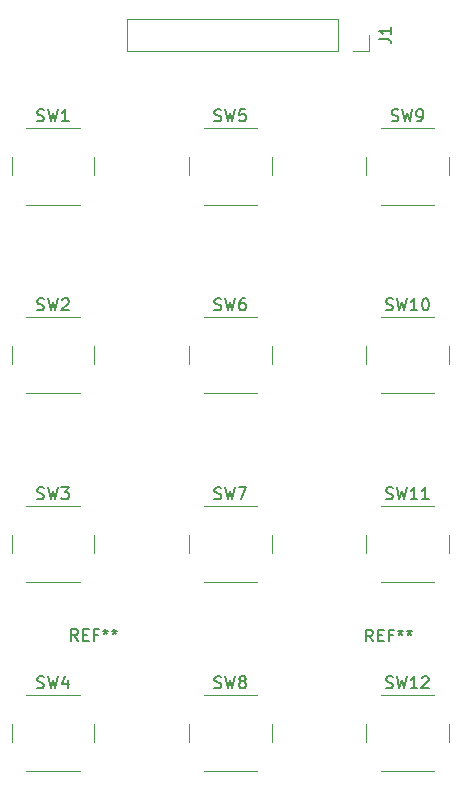
<source format=gbr>
G04 #@! TF.GenerationSoftware,KiCad,Pcbnew,5.0.2+dfsg1-1*
G04 #@! TF.CreationDate,2021-10-12T12:34:50+05:30*
G04 #@! TF.ProjectId,KEYBORD_PCB_V1,4b455942-4f52-4445-9f50-43425f56312e,rev?*
G04 #@! TF.SameCoordinates,Original*
G04 #@! TF.FileFunction,Legend,Top*
G04 #@! TF.FilePolarity,Positive*
%FSLAX46Y46*%
G04 Gerber Fmt 4.6, Leading zero omitted, Abs format (unit mm)*
G04 Created by KiCad (PCBNEW 5.0.2+dfsg1-1) date Tue 12 Oct 2021 12:34:50 PM IST*
%MOMM*%
%LPD*%
G01*
G04 APERTURE LIST*
%ADD10C,0.120000*%
%ADD11C,0.150000*%
G04 APERTURE END LIST*
D10*
G04 #@! TO.C,J1*
X106980000Y-40150000D02*
X106980000Y-41480000D01*
X106980000Y-41480000D02*
X105650000Y-41480000D01*
X104380000Y-41480000D02*
X86540000Y-41480000D01*
X86540000Y-38820000D02*
X86540000Y-41480000D01*
X104380000Y-38820000D02*
X86540000Y-38820000D01*
X104380000Y-38820000D02*
X104380000Y-41480000D01*
G04 #@! TO.C,SW1*
X78000000Y-54500000D02*
X82500000Y-54500000D01*
X76750000Y-50500000D02*
X76750000Y-52000000D01*
X82500000Y-48000000D02*
X78000000Y-48000000D01*
X83750000Y-52000000D02*
X83750000Y-50500000D01*
G04 #@! TO.C,SW2*
X83750000Y-68000000D02*
X83750000Y-66500000D01*
X82500000Y-64000000D02*
X78000000Y-64000000D01*
X76750000Y-66500000D02*
X76750000Y-68000000D01*
X78000000Y-70500000D02*
X82500000Y-70500000D01*
G04 #@! TO.C,SW3*
X83750000Y-84000000D02*
X83750000Y-82500000D01*
X82500000Y-80000000D02*
X78000000Y-80000000D01*
X76750000Y-82500000D02*
X76750000Y-84000000D01*
X78000000Y-86500000D02*
X82500000Y-86500000D01*
G04 #@! TO.C,SW4*
X78000000Y-102500000D02*
X82500000Y-102500000D01*
X76750000Y-98500000D02*
X76750000Y-100000000D01*
X82500000Y-96000000D02*
X78000000Y-96000000D01*
X83750000Y-100000000D02*
X83750000Y-98500000D01*
G04 #@! TO.C,SW5*
X98750000Y-52000000D02*
X98750000Y-50500000D01*
X97500000Y-48000000D02*
X93000000Y-48000000D01*
X91750000Y-50500000D02*
X91750000Y-52000000D01*
X93000000Y-54500000D02*
X97500000Y-54500000D01*
G04 #@! TO.C,SW6*
X98750000Y-68000000D02*
X98750000Y-66500000D01*
X97500000Y-64000000D02*
X93000000Y-64000000D01*
X91750000Y-66500000D02*
X91750000Y-68000000D01*
X93000000Y-70500000D02*
X97500000Y-70500000D01*
G04 #@! TO.C,SW7*
X93000000Y-86500000D02*
X97500000Y-86500000D01*
X91750000Y-82500000D02*
X91750000Y-84000000D01*
X97500000Y-80000000D02*
X93000000Y-80000000D01*
X98750000Y-84000000D02*
X98750000Y-82500000D01*
G04 #@! TO.C,SW8*
X98750000Y-100000000D02*
X98750000Y-98500000D01*
X97500000Y-96000000D02*
X93000000Y-96000000D01*
X91750000Y-98500000D02*
X91750000Y-100000000D01*
X93000000Y-102500000D02*
X97500000Y-102500000D01*
G04 #@! TO.C,SW9*
X108000000Y-54500000D02*
X112500000Y-54500000D01*
X106750000Y-50500000D02*
X106750000Y-52000000D01*
X112500000Y-48000000D02*
X108000000Y-48000000D01*
X113750000Y-52000000D02*
X113750000Y-50500000D01*
G04 #@! TO.C,SW10*
X108000000Y-70500000D02*
X112500000Y-70500000D01*
X106750000Y-66500000D02*
X106750000Y-68000000D01*
X112500000Y-64000000D02*
X108000000Y-64000000D01*
X113750000Y-68000000D02*
X113750000Y-66500000D01*
G04 #@! TO.C,SW11*
X108000000Y-86500000D02*
X112500000Y-86500000D01*
X106750000Y-82500000D02*
X106750000Y-84000000D01*
X112500000Y-80000000D02*
X108000000Y-80000000D01*
X113750000Y-84000000D02*
X113750000Y-82500000D01*
G04 #@! TO.C,SW12*
X113750000Y-100000000D02*
X113750000Y-98500000D01*
X112500000Y-96000000D02*
X108000000Y-96000000D01*
X106750000Y-98500000D02*
X106750000Y-100000000D01*
X108000000Y-102500000D02*
X112500000Y-102500000D01*
G04 #@! TO.C,REF\002A\002A*
D11*
X82356666Y-91442380D02*
X82023333Y-90966190D01*
X81785238Y-91442380D02*
X81785238Y-90442380D01*
X82166190Y-90442380D01*
X82261428Y-90490000D01*
X82309047Y-90537619D01*
X82356666Y-90632857D01*
X82356666Y-90775714D01*
X82309047Y-90870952D01*
X82261428Y-90918571D01*
X82166190Y-90966190D01*
X81785238Y-90966190D01*
X82785238Y-90918571D02*
X83118571Y-90918571D01*
X83261428Y-91442380D02*
X82785238Y-91442380D01*
X82785238Y-90442380D01*
X83261428Y-90442380D01*
X84023333Y-90918571D02*
X83690000Y-90918571D01*
X83690000Y-91442380D02*
X83690000Y-90442380D01*
X84166190Y-90442380D01*
X84690000Y-90442380D02*
X84690000Y-90680476D01*
X84451904Y-90585238D02*
X84690000Y-90680476D01*
X84928095Y-90585238D01*
X84547142Y-90870952D02*
X84690000Y-90680476D01*
X84832857Y-90870952D01*
X85451904Y-90442380D02*
X85451904Y-90680476D01*
X85213809Y-90585238D02*
X85451904Y-90680476D01*
X85690000Y-90585238D01*
X85309047Y-90870952D02*
X85451904Y-90680476D01*
X85594761Y-90870952D01*
X107326666Y-91482380D02*
X106993333Y-91006190D01*
X106755238Y-91482380D02*
X106755238Y-90482380D01*
X107136190Y-90482380D01*
X107231428Y-90530000D01*
X107279047Y-90577619D01*
X107326666Y-90672857D01*
X107326666Y-90815714D01*
X107279047Y-90910952D01*
X107231428Y-90958571D01*
X107136190Y-91006190D01*
X106755238Y-91006190D01*
X107755238Y-90958571D02*
X108088571Y-90958571D01*
X108231428Y-91482380D02*
X107755238Y-91482380D01*
X107755238Y-90482380D01*
X108231428Y-90482380D01*
X108993333Y-90958571D02*
X108660000Y-90958571D01*
X108660000Y-91482380D02*
X108660000Y-90482380D01*
X109136190Y-90482380D01*
X109660000Y-90482380D02*
X109660000Y-90720476D01*
X109421904Y-90625238D02*
X109660000Y-90720476D01*
X109898095Y-90625238D01*
X109517142Y-90910952D02*
X109660000Y-90720476D01*
X109802857Y-90910952D01*
X110421904Y-90482380D02*
X110421904Y-90720476D01*
X110183809Y-90625238D02*
X110421904Y-90720476D01*
X110660000Y-90625238D01*
X110279047Y-90910952D02*
X110421904Y-90720476D01*
X110564761Y-90910952D01*
G04 #@! TO.C,J1*
X107872380Y-40483333D02*
X108586666Y-40483333D01*
X108729523Y-40530952D01*
X108824761Y-40626190D01*
X108872380Y-40769047D01*
X108872380Y-40864285D01*
X108872380Y-39483333D02*
X108872380Y-40054761D01*
X108872380Y-39769047D02*
X107872380Y-39769047D01*
X108015238Y-39864285D01*
X108110476Y-39959523D01*
X108158095Y-40054761D01*
G04 #@! TO.C,SW1*
X78916666Y-47404761D02*
X79059523Y-47452380D01*
X79297619Y-47452380D01*
X79392857Y-47404761D01*
X79440476Y-47357142D01*
X79488095Y-47261904D01*
X79488095Y-47166666D01*
X79440476Y-47071428D01*
X79392857Y-47023809D01*
X79297619Y-46976190D01*
X79107142Y-46928571D01*
X79011904Y-46880952D01*
X78964285Y-46833333D01*
X78916666Y-46738095D01*
X78916666Y-46642857D01*
X78964285Y-46547619D01*
X79011904Y-46500000D01*
X79107142Y-46452380D01*
X79345238Y-46452380D01*
X79488095Y-46500000D01*
X79821428Y-46452380D02*
X80059523Y-47452380D01*
X80250000Y-46738095D01*
X80440476Y-47452380D01*
X80678571Y-46452380D01*
X81583333Y-47452380D02*
X81011904Y-47452380D01*
X81297619Y-47452380D02*
X81297619Y-46452380D01*
X81202380Y-46595238D01*
X81107142Y-46690476D01*
X81011904Y-46738095D01*
G04 #@! TO.C,SW2*
X78916666Y-63404761D02*
X79059523Y-63452380D01*
X79297619Y-63452380D01*
X79392857Y-63404761D01*
X79440476Y-63357142D01*
X79488095Y-63261904D01*
X79488095Y-63166666D01*
X79440476Y-63071428D01*
X79392857Y-63023809D01*
X79297619Y-62976190D01*
X79107142Y-62928571D01*
X79011904Y-62880952D01*
X78964285Y-62833333D01*
X78916666Y-62738095D01*
X78916666Y-62642857D01*
X78964285Y-62547619D01*
X79011904Y-62500000D01*
X79107142Y-62452380D01*
X79345238Y-62452380D01*
X79488095Y-62500000D01*
X79821428Y-62452380D02*
X80059523Y-63452380D01*
X80250000Y-62738095D01*
X80440476Y-63452380D01*
X80678571Y-62452380D01*
X81011904Y-62547619D02*
X81059523Y-62500000D01*
X81154761Y-62452380D01*
X81392857Y-62452380D01*
X81488095Y-62500000D01*
X81535714Y-62547619D01*
X81583333Y-62642857D01*
X81583333Y-62738095D01*
X81535714Y-62880952D01*
X80964285Y-63452380D01*
X81583333Y-63452380D01*
G04 #@! TO.C,SW3*
X78916666Y-79404761D02*
X79059523Y-79452380D01*
X79297619Y-79452380D01*
X79392857Y-79404761D01*
X79440476Y-79357142D01*
X79488095Y-79261904D01*
X79488095Y-79166666D01*
X79440476Y-79071428D01*
X79392857Y-79023809D01*
X79297619Y-78976190D01*
X79107142Y-78928571D01*
X79011904Y-78880952D01*
X78964285Y-78833333D01*
X78916666Y-78738095D01*
X78916666Y-78642857D01*
X78964285Y-78547619D01*
X79011904Y-78500000D01*
X79107142Y-78452380D01*
X79345238Y-78452380D01*
X79488095Y-78500000D01*
X79821428Y-78452380D02*
X80059523Y-79452380D01*
X80250000Y-78738095D01*
X80440476Y-79452380D01*
X80678571Y-78452380D01*
X80964285Y-78452380D02*
X81583333Y-78452380D01*
X81250000Y-78833333D01*
X81392857Y-78833333D01*
X81488095Y-78880952D01*
X81535714Y-78928571D01*
X81583333Y-79023809D01*
X81583333Y-79261904D01*
X81535714Y-79357142D01*
X81488095Y-79404761D01*
X81392857Y-79452380D01*
X81107142Y-79452380D01*
X81011904Y-79404761D01*
X80964285Y-79357142D01*
G04 #@! TO.C,SW4*
X78916666Y-95404761D02*
X79059523Y-95452380D01*
X79297619Y-95452380D01*
X79392857Y-95404761D01*
X79440476Y-95357142D01*
X79488095Y-95261904D01*
X79488095Y-95166666D01*
X79440476Y-95071428D01*
X79392857Y-95023809D01*
X79297619Y-94976190D01*
X79107142Y-94928571D01*
X79011904Y-94880952D01*
X78964285Y-94833333D01*
X78916666Y-94738095D01*
X78916666Y-94642857D01*
X78964285Y-94547619D01*
X79011904Y-94500000D01*
X79107142Y-94452380D01*
X79345238Y-94452380D01*
X79488095Y-94500000D01*
X79821428Y-94452380D02*
X80059523Y-95452380D01*
X80250000Y-94738095D01*
X80440476Y-95452380D01*
X80678571Y-94452380D01*
X81488095Y-94785714D02*
X81488095Y-95452380D01*
X81250000Y-94404761D02*
X81011904Y-95119047D01*
X81630952Y-95119047D01*
G04 #@! TO.C,SW5*
X93916666Y-47404761D02*
X94059523Y-47452380D01*
X94297619Y-47452380D01*
X94392857Y-47404761D01*
X94440476Y-47357142D01*
X94488095Y-47261904D01*
X94488095Y-47166666D01*
X94440476Y-47071428D01*
X94392857Y-47023809D01*
X94297619Y-46976190D01*
X94107142Y-46928571D01*
X94011904Y-46880952D01*
X93964285Y-46833333D01*
X93916666Y-46738095D01*
X93916666Y-46642857D01*
X93964285Y-46547619D01*
X94011904Y-46500000D01*
X94107142Y-46452380D01*
X94345238Y-46452380D01*
X94488095Y-46500000D01*
X94821428Y-46452380D02*
X95059523Y-47452380D01*
X95250000Y-46738095D01*
X95440476Y-47452380D01*
X95678571Y-46452380D01*
X96535714Y-46452380D02*
X96059523Y-46452380D01*
X96011904Y-46928571D01*
X96059523Y-46880952D01*
X96154761Y-46833333D01*
X96392857Y-46833333D01*
X96488095Y-46880952D01*
X96535714Y-46928571D01*
X96583333Y-47023809D01*
X96583333Y-47261904D01*
X96535714Y-47357142D01*
X96488095Y-47404761D01*
X96392857Y-47452380D01*
X96154761Y-47452380D01*
X96059523Y-47404761D01*
X96011904Y-47357142D01*
G04 #@! TO.C,SW6*
X93916666Y-63404761D02*
X94059523Y-63452380D01*
X94297619Y-63452380D01*
X94392857Y-63404761D01*
X94440476Y-63357142D01*
X94488095Y-63261904D01*
X94488095Y-63166666D01*
X94440476Y-63071428D01*
X94392857Y-63023809D01*
X94297619Y-62976190D01*
X94107142Y-62928571D01*
X94011904Y-62880952D01*
X93964285Y-62833333D01*
X93916666Y-62738095D01*
X93916666Y-62642857D01*
X93964285Y-62547619D01*
X94011904Y-62500000D01*
X94107142Y-62452380D01*
X94345238Y-62452380D01*
X94488095Y-62500000D01*
X94821428Y-62452380D02*
X95059523Y-63452380D01*
X95250000Y-62738095D01*
X95440476Y-63452380D01*
X95678571Y-62452380D01*
X96488095Y-62452380D02*
X96297619Y-62452380D01*
X96202380Y-62500000D01*
X96154761Y-62547619D01*
X96059523Y-62690476D01*
X96011904Y-62880952D01*
X96011904Y-63261904D01*
X96059523Y-63357142D01*
X96107142Y-63404761D01*
X96202380Y-63452380D01*
X96392857Y-63452380D01*
X96488095Y-63404761D01*
X96535714Y-63357142D01*
X96583333Y-63261904D01*
X96583333Y-63023809D01*
X96535714Y-62928571D01*
X96488095Y-62880952D01*
X96392857Y-62833333D01*
X96202380Y-62833333D01*
X96107142Y-62880952D01*
X96059523Y-62928571D01*
X96011904Y-63023809D01*
G04 #@! TO.C,SW7*
X93916666Y-79404761D02*
X94059523Y-79452380D01*
X94297619Y-79452380D01*
X94392857Y-79404761D01*
X94440476Y-79357142D01*
X94488095Y-79261904D01*
X94488095Y-79166666D01*
X94440476Y-79071428D01*
X94392857Y-79023809D01*
X94297619Y-78976190D01*
X94107142Y-78928571D01*
X94011904Y-78880952D01*
X93964285Y-78833333D01*
X93916666Y-78738095D01*
X93916666Y-78642857D01*
X93964285Y-78547619D01*
X94011904Y-78500000D01*
X94107142Y-78452380D01*
X94345238Y-78452380D01*
X94488095Y-78500000D01*
X94821428Y-78452380D02*
X95059523Y-79452380D01*
X95250000Y-78738095D01*
X95440476Y-79452380D01*
X95678571Y-78452380D01*
X95964285Y-78452380D02*
X96630952Y-78452380D01*
X96202380Y-79452380D01*
G04 #@! TO.C,SW8*
X93916666Y-95404761D02*
X94059523Y-95452380D01*
X94297619Y-95452380D01*
X94392857Y-95404761D01*
X94440476Y-95357142D01*
X94488095Y-95261904D01*
X94488095Y-95166666D01*
X94440476Y-95071428D01*
X94392857Y-95023809D01*
X94297619Y-94976190D01*
X94107142Y-94928571D01*
X94011904Y-94880952D01*
X93964285Y-94833333D01*
X93916666Y-94738095D01*
X93916666Y-94642857D01*
X93964285Y-94547619D01*
X94011904Y-94500000D01*
X94107142Y-94452380D01*
X94345238Y-94452380D01*
X94488095Y-94500000D01*
X94821428Y-94452380D02*
X95059523Y-95452380D01*
X95250000Y-94738095D01*
X95440476Y-95452380D01*
X95678571Y-94452380D01*
X96202380Y-94880952D02*
X96107142Y-94833333D01*
X96059523Y-94785714D01*
X96011904Y-94690476D01*
X96011904Y-94642857D01*
X96059523Y-94547619D01*
X96107142Y-94500000D01*
X96202380Y-94452380D01*
X96392857Y-94452380D01*
X96488095Y-94500000D01*
X96535714Y-94547619D01*
X96583333Y-94642857D01*
X96583333Y-94690476D01*
X96535714Y-94785714D01*
X96488095Y-94833333D01*
X96392857Y-94880952D01*
X96202380Y-94880952D01*
X96107142Y-94928571D01*
X96059523Y-94976190D01*
X96011904Y-95071428D01*
X96011904Y-95261904D01*
X96059523Y-95357142D01*
X96107142Y-95404761D01*
X96202380Y-95452380D01*
X96392857Y-95452380D01*
X96488095Y-95404761D01*
X96535714Y-95357142D01*
X96583333Y-95261904D01*
X96583333Y-95071428D01*
X96535714Y-94976190D01*
X96488095Y-94928571D01*
X96392857Y-94880952D01*
G04 #@! TO.C,SW9*
X108916666Y-47404761D02*
X109059523Y-47452380D01*
X109297619Y-47452380D01*
X109392857Y-47404761D01*
X109440476Y-47357142D01*
X109488095Y-47261904D01*
X109488095Y-47166666D01*
X109440476Y-47071428D01*
X109392857Y-47023809D01*
X109297619Y-46976190D01*
X109107142Y-46928571D01*
X109011904Y-46880952D01*
X108964285Y-46833333D01*
X108916666Y-46738095D01*
X108916666Y-46642857D01*
X108964285Y-46547619D01*
X109011904Y-46500000D01*
X109107142Y-46452380D01*
X109345238Y-46452380D01*
X109488095Y-46500000D01*
X109821428Y-46452380D02*
X110059523Y-47452380D01*
X110250000Y-46738095D01*
X110440476Y-47452380D01*
X110678571Y-46452380D01*
X111107142Y-47452380D02*
X111297619Y-47452380D01*
X111392857Y-47404761D01*
X111440476Y-47357142D01*
X111535714Y-47214285D01*
X111583333Y-47023809D01*
X111583333Y-46642857D01*
X111535714Y-46547619D01*
X111488095Y-46500000D01*
X111392857Y-46452380D01*
X111202380Y-46452380D01*
X111107142Y-46500000D01*
X111059523Y-46547619D01*
X111011904Y-46642857D01*
X111011904Y-46880952D01*
X111059523Y-46976190D01*
X111107142Y-47023809D01*
X111202380Y-47071428D01*
X111392857Y-47071428D01*
X111488095Y-47023809D01*
X111535714Y-46976190D01*
X111583333Y-46880952D01*
G04 #@! TO.C,SW10*
X108440476Y-63404761D02*
X108583333Y-63452380D01*
X108821428Y-63452380D01*
X108916666Y-63404761D01*
X108964285Y-63357142D01*
X109011904Y-63261904D01*
X109011904Y-63166666D01*
X108964285Y-63071428D01*
X108916666Y-63023809D01*
X108821428Y-62976190D01*
X108630952Y-62928571D01*
X108535714Y-62880952D01*
X108488095Y-62833333D01*
X108440476Y-62738095D01*
X108440476Y-62642857D01*
X108488095Y-62547619D01*
X108535714Y-62500000D01*
X108630952Y-62452380D01*
X108869047Y-62452380D01*
X109011904Y-62500000D01*
X109345238Y-62452380D02*
X109583333Y-63452380D01*
X109773809Y-62738095D01*
X109964285Y-63452380D01*
X110202380Y-62452380D01*
X111107142Y-63452380D02*
X110535714Y-63452380D01*
X110821428Y-63452380D02*
X110821428Y-62452380D01*
X110726190Y-62595238D01*
X110630952Y-62690476D01*
X110535714Y-62738095D01*
X111726190Y-62452380D02*
X111821428Y-62452380D01*
X111916666Y-62500000D01*
X111964285Y-62547619D01*
X112011904Y-62642857D01*
X112059523Y-62833333D01*
X112059523Y-63071428D01*
X112011904Y-63261904D01*
X111964285Y-63357142D01*
X111916666Y-63404761D01*
X111821428Y-63452380D01*
X111726190Y-63452380D01*
X111630952Y-63404761D01*
X111583333Y-63357142D01*
X111535714Y-63261904D01*
X111488095Y-63071428D01*
X111488095Y-62833333D01*
X111535714Y-62642857D01*
X111583333Y-62547619D01*
X111630952Y-62500000D01*
X111726190Y-62452380D01*
G04 #@! TO.C,SW11*
X108440476Y-79404761D02*
X108583333Y-79452380D01*
X108821428Y-79452380D01*
X108916666Y-79404761D01*
X108964285Y-79357142D01*
X109011904Y-79261904D01*
X109011904Y-79166666D01*
X108964285Y-79071428D01*
X108916666Y-79023809D01*
X108821428Y-78976190D01*
X108630952Y-78928571D01*
X108535714Y-78880952D01*
X108488095Y-78833333D01*
X108440476Y-78738095D01*
X108440476Y-78642857D01*
X108488095Y-78547619D01*
X108535714Y-78500000D01*
X108630952Y-78452380D01*
X108869047Y-78452380D01*
X109011904Y-78500000D01*
X109345238Y-78452380D02*
X109583333Y-79452380D01*
X109773809Y-78738095D01*
X109964285Y-79452380D01*
X110202380Y-78452380D01*
X111107142Y-79452380D02*
X110535714Y-79452380D01*
X110821428Y-79452380D02*
X110821428Y-78452380D01*
X110726190Y-78595238D01*
X110630952Y-78690476D01*
X110535714Y-78738095D01*
X112059523Y-79452380D02*
X111488095Y-79452380D01*
X111773809Y-79452380D02*
X111773809Y-78452380D01*
X111678571Y-78595238D01*
X111583333Y-78690476D01*
X111488095Y-78738095D01*
G04 #@! TO.C,SW12*
X108440476Y-95404761D02*
X108583333Y-95452380D01*
X108821428Y-95452380D01*
X108916666Y-95404761D01*
X108964285Y-95357142D01*
X109011904Y-95261904D01*
X109011904Y-95166666D01*
X108964285Y-95071428D01*
X108916666Y-95023809D01*
X108821428Y-94976190D01*
X108630952Y-94928571D01*
X108535714Y-94880952D01*
X108488095Y-94833333D01*
X108440476Y-94738095D01*
X108440476Y-94642857D01*
X108488095Y-94547619D01*
X108535714Y-94500000D01*
X108630952Y-94452380D01*
X108869047Y-94452380D01*
X109011904Y-94500000D01*
X109345238Y-94452380D02*
X109583333Y-95452380D01*
X109773809Y-94738095D01*
X109964285Y-95452380D01*
X110202380Y-94452380D01*
X111107142Y-95452380D02*
X110535714Y-95452380D01*
X110821428Y-95452380D02*
X110821428Y-94452380D01*
X110726190Y-94595238D01*
X110630952Y-94690476D01*
X110535714Y-94738095D01*
X111488095Y-94547619D02*
X111535714Y-94500000D01*
X111630952Y-94452380D01*
X111869047Y-94452380D01*
X111964285Y-94500000D01*
X112011904Y-94547619D01*
X112059523Y-94642857D01*
X112059523Y-94738095D01*
X112011904Y-94880952D01*
X111440476Y-95452380D01*
X112059523Y-95452380D01*
G04 #@! TD*
M02*

</source>
